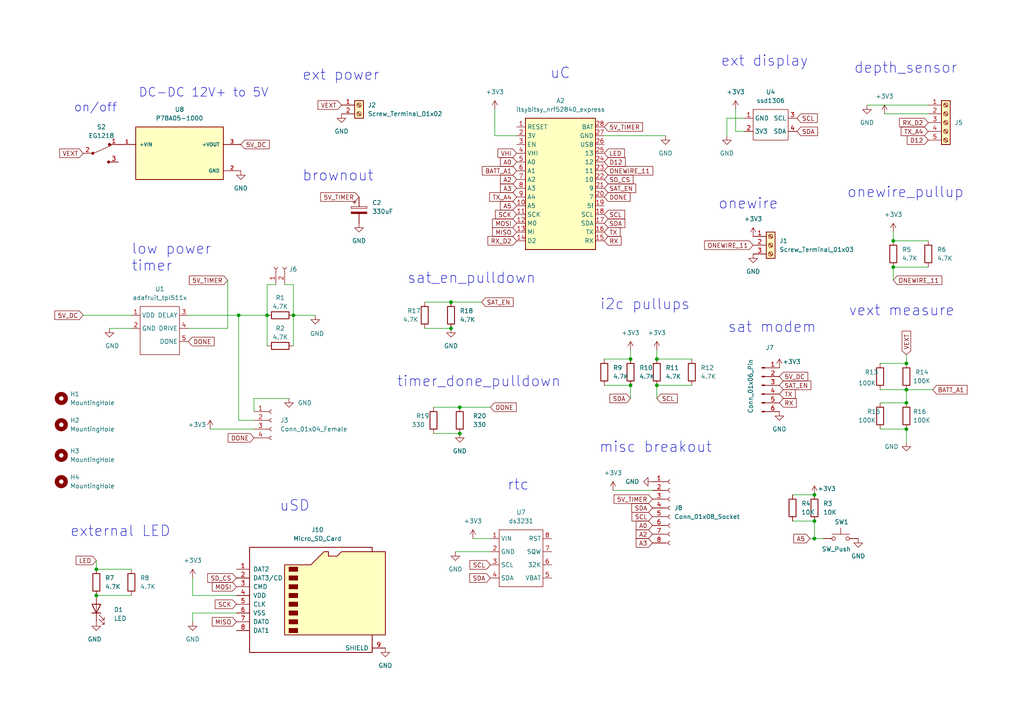
<source format=kicad_sch>
(kicad_sch (version 20231120) (generator "eeschema") (generator_version "8.0")
  (paper "A4")
  (lib_symbols
    (symbol "Connector:Conn_01x02_Socket" (pin_names (offset 1.016) hide)
      (property "Reference" "J" (at 0 2.54 0))
      (property "Value" "Conn_01x02_Socket" (at 0 -5.08 0))
      (symbol "Conn_01x02_Socket_1_1"
        (pin passive line (at -5.08 0 0) (length 3.81) (name "Pin_1") (number "1"))
        (pin passive line (at -5.08 -2.54 0) (length 3.81) (name "Pin_2") (number "2"))
      )
    )
    (symbol "Connector:Conn_01x04_Female" (pin_names (offset 1.016) hide)
      (property "Reference" "J" (at 0 5.08 0))
      (property "Value" "Conn_01x04_Female" (at 0 -7.62 0))
      (symbol "Conn_01x04_Female_1_1"
        (pin passive line (at -5.08 2.54 0) (length 3.81) (name "Pin_1") (number "1"))
        (pin passive line (at -5.08 0 0) (length 3.81) (name "Pin_2") (number "2"))
        (pin passive line (at -5.08 -2.54 0) (length 3.81) (name "Pin_3") (number "3"))
        (pin passive line (at -5.08 -5.08 0) (length 3.81) (name "Pin_4") (number "4"))
      )
    )
    (symbol "Connector:Conn_01x06_Pin" (pin_names (offset 1.016) hide)
      (property "Reference" "J" (at 0 7.62 0))
      (property "Value" "Conn_01x06_Pin" (at 0 -10.16 0))
      (symbol "Conn_01x06_Pin_1_1"
        (pin passive line (at 5.08 5.08 180) (length 3.81) (name "Pin_1") (number "1"))
        (pin passive line (at 5.08 2.54 180) (length 3.81) (name "Pin_2") (number "2"))
        (pin passive line (at 5.08 0 180) (length 3.81) (name "Pin_3") (number "3"))
        (pin passive line (at 5.08 -2.54 180) (length 3.81) (name "Pin_4") (number "4"))
        (pin passive line (at 5.08 -5.08 180) (length 3.81) (name "Pin_5") (number "5"))
        (pin passive line (at 5.08 -7.62 180) (length 3.81) (name "Pin_6") (number "6"))
      )
    )
    (symbol "Connector:Conn_01x08_Socket" (pin_names (offset 1.016) hide)
      (property "Reference" "J" (at 0 10.16 0))
      (property "Value" "Conn_01x08_Socket" (at 0 -12.7 0))
      (symbol "Conn_01x08_Socket_1_1"
        (pin passive line (at -5.08 7.62 0) (length 3.81) (name "Pin_1") (number "1"))
        (pin passive line (at -5.08 5.08 0) (length 3.81) (name "Pin_2") (number "2"))
        (pin passive line (at -5.08 2.54 0) (length 3.81) (name "Pin_3") (number "3"))
        (pin passive line (at -5.08 0 0) (length 3.81) (name "Pin_4") (number "4"))
        (pin passive line (at -5.08 -2.54 0) (length 3.81) (name "Pin_5") (number "5"))
        (pin passive line (at -5.08 -5.08 0) (length 3.81) (name "Pin_6") (number "6"))
        (pin passive line (at -5.08 -7.62 0) (length 3.81) (name "Pin_7") (number "7"))
        (pin passive line (at -5.08 -10.16 0) (length 3.81) (name "Pin_8") (number "8"))
      )
    )
    (symbol "Connector:Micro_SD_Card" (pin_names (offset 1.016))
      (property "Reference" "J" (at -16.51 15.24 0))
      (property "Value" "Micro_SD_Card" (at 16.51 15.24 0))
      (symbol "Micro_SD_Card_1_1"
        (pin bidirectional line (at -22.86 7.62 0) (length 3.81) (name "DAT2") (number "1"))
        (pin bidirectional line (at -22.86 5.08 0) (length 3.81) (name "DAT3/CD") (number "2"))
        (pin input line (at -22.86 2.54 0) (length 3.81) (name "CMD") (number "3"))
        (pin power_in line (at -22.86 0 0) (length 3.81) (name "VDD") (number "4"))
        (pin input line (at -22.86 -2.54 0) (length 3.81) (name "CLK") (number "5"))
        (pin power_in line (at -22.86 -5.08 0) (length 3.81) (name "VSS") (number "6"))
        (pin bidirectional line (at -22.86 -7.62 0) (length 3.81) (name "DAT0") (number "7"))
        (pin bidirectional line (at -22.86 -10.16 0) (length 3.81) (name "DAT1") (number "8"))
        (pin passive line (at 20.32 -15.24 180) (length 3.81) (name "SHIELD") (number "9"))
      )
    )
    (symbol "Connector:Screw_Terminal_01x02" (pin_names (offset 1.016) hide)
      (property "Reference" "J" (at 0 2.54 0))
      (property "Value" "Screw_Terminal_01x02" (at 0 -5.08 0))
      (symbol "Screw_Terminal_01x02_1_1"
        (pin passive line (at -5.08 0 0) (length 3.81) (name "Pin_1") (number "1"))
        (pin passive line (at -5.08 -2.54 0) (length 3.81) (name "Pin_2") (number "2"))
      )
    )
    (symbol "Connector:Screw_Terminal_01x03" (pin_names (offset 1.016) hide)
      (property "Reference" "J" (at 0 5.08 0))
      (property "Value" "Screw_Terminal_01x03" (at 0 -5.08 0))
      (symbol "Screw_Terminal_01x03_1_1"
        (pin passive line (at -5.08 2.54 0) (length 3.81) (name "Pin_1") (number "1"))
        (pin passive line (at -5.08 0 0) (length 3.81) (name "Pin_2") (number "2"))
        (pin passive line (at -5.08 -2.54 0) (length 3.81) (name "Pin_3") (number "3"))
      )
    )
    (symbol "Connector:Screw_Terminal_01x05" (pin_names (offset 1.016) hide)
      (property "Reference" "J" (at 0 7.62 0))
      (property "Value" "Screw_Terminal_01x05" (at 0 -7.62 0))
      (symbol "Screw_Terminal_01x05_1_1"
        (pin passive line (at -5.08 5.08 0) (length 3.81) (name "Pin_1") (number "1"))
        (pin passive line (at -5.08 2.54 0) (length 3.81) (name "Pin_2") (number "2"))
        (pin passive line (at -5.08 0 0) (length 3.81) (name "Pin_3") (number "3"))
        (pin passive line (at -5.08 -2.54 0) (length 3.81) (name "Pin_4") (number "4"))
        (pin passive line (at -5.08 -5.08 0) (length 3.81) (name "Pin_5") (number "5"))
      )
    )
    (symbol "Device:C" (pin_numbers hide) (pin_names (offset 0.254))
      (property "Reference" "C" (at 0.635 2.54 0))
      (property "Value" "C" (at 0.635 -2.54 0))
      (symbol "C_1_1"
        (pin passive line (at 0 3.81 270) (length 2.794) (name "~") (number "1"))
        (pin passive line (at 0 -3.81 90) (length 2.794) (name "~") (number "2"))
      )
    )
    (symbol "Device:C_Polarized" (pin_numbers hide) (pin_names (offset 0.254))
      (property "Reference" "C" (at 0.635 2.54 0))
      (property "Value" "C_Polarized" (at 0.635 -2.54 0))
      (symbol "C_Polarized_1_1"
        (pin passive line (at 0 3.81 270) (length 2.794) (name "~") (number "1"))
        (pin passive line (at 0 -3.81 90) (length 2.794) (name "~") (number "2"))
      )
    )
    (symbol "Device:LED" (pin_numbers hide) (pin_names (offset 1.016) hide)
      (property "Reference" "D" (at 0 2.54 0))
      (property "Value" "LED" (at 0 -2.54 0))
      (symbol "LED_1_1"
        (pin passive line (at -3.81 0 0) (length 2.54) (name "K") (number "1"))
        (pin passive line (at 3.81 0 180) (length 2.54) (name "A") (number "2"))
      )
    )
    (symbol "Device:R" (pin_numbers hide) (pin_names (offset 0))
      (property "Reference" "R" (at 2.032 0 90))
      (property "Value" "R" (at 0 0 90))
      (symbol "R_1_1"
        (pin passive line (at 0 3.81 270) (length 1.27) (name "~") (number "1"))
        (pin passive line (at 0 -3.81 90) (length 1.27) (name "~") (number "2"))
      )
    )
    (symbol "GND_11" (power) (pin_names (offset 0))
      (property "Value" "GND_11" (at 0 -3.81 0))
      (symbol "GND_11_1_1"
        (pin power_in line (at 0 0 270) (length 0) hide (name "GND") (number "1"))
      )
    )
    (symbol "GND_2" (power) (pin_names (offset 0))
      (property "Value" "GND_2" (at 0 -3.81 0))
      (symbol "GND_2_1_1"
        (pin power_in line (at 0 0 270) (length 0) hide (name "GND") (number "1"))
      )
    )
    (symbol "GND_6" (power) (pin_names (offset 0))
      (property "Value" "GND_6" (at 0 -3.81 0))
      (symbol "GND_6_1_1"
        (pin power_in line (at 0 0 270) (length 0) hide (name "GND") (number "1"))
      )
    )
    (symbol "Mechanical:MountingHole" (pin_names (offset 1.016))
      (property "Reference" "H" (at 0 5.08 0))
      (property "Value" "MountingHole" (at 0 3.175 0))
    )
    (symbol "P78A05-1000:P78A05-1000" (pin_names (offset 1.016))
      (property "Reference" "U" (at -10.1854 7.62 0))
      (property "Value" "P78A05-1000" (at -10.1854 -7.6454 0))
      (symbol "P78A05-1000_0_0"
        (pin input line (at -17.78 2.54 0) (length 5.08) (name "+VIN") (number "1"))
        (pin power_in line (at 17.78 -5.08 180) (length 5.08) (name "GND") (number "2"))
        (pin output line (at 17.78 2.54 180) (length 5.08) (name "+VOUT") (number "3"))
      )
    )
    (symbol "Regulator_Linear:MCP1700x-120xxTO" (pin_names (offset 0.254))
      (property "Reference" "U" (at -3.81 -3.175 0))
      (property "Value" "MCP1700x-120xxTO" (at 0 -3.175 0))
      (symbol "MCP1700x-120xxTO_1_1"
        (pin power_in line (at 0 7.62 270) (length 2.54) (name "GND") (number "1"))
        (pin power_in line (at -7.62 0 0) (length 2.54) (name "VI") (number "2"))
        (pin power_out line (at 7.62 0 180) (length 2.54) (name "VO") (number "3"))
      )
    )
    (symbol "Switch:SW_Push" (pin_numbers hide) (pin_names (offset 1.016) hide)
      (property "Reference" "SW" (at 1.27 2.54 0))
      (property "Value" "SW_Push" (at 0 -1.524 0))
      (symbol "SW_Push_0_1"
        (pin passive line (at -5.08 0 0) (length 2.54) (name "1") (number "1"))
        (pin passive line (at 5.08 0 180) (length 2.54) (name "2") (number "2"))
      )
    )
    (symbol "adafruit_ds3231:ds3231"
      (property "Reference" "U" (at 0 0 0))
      (property "Value" "ds3231" (at 0 2.54 0))
      (symbol "ds3231_1_1"
        (pin input line (at -8.89 -3.81 0) (length 2.54) (name "VIN") (number "1"))
        (pin input line (at -8.89 -7.62 0) (length 2.54) (name "GND") (number "2"))
        (pin input line (at -8.89 -11.43 0) (length 2.54) (name "SCL") (number "3"))
        (pin input line (at -8.89 -15.24 0) (length 2.54) (name "SDA") (number "4"))
        (pin input line (at 8.89 -15.24 180) (length 2.54) (name "VBAT") (number "5"))
        (pin input line (at 8.89 -11.43 180) (length 2.54) (name "32K") (number "6"))
        (pin input line (at 8.89 -7.62 180) (length 2.54) (name "SQW") (number "7"))
        (pin input line (at 8.89 -3.81 180) (length 2.54) (name "RST") (number "8"))
      )
    )
    (symbol "dk_Slide-Switches:EG1218" (pin_names (offset 0))
      (property "Reference" "S" (at -3.81 2.286 0))
      (property "Value" "EG1218" (at 0 -5.334 0))
      (symbol "EG1218_1_1"
        (pin passive line (at 5.08 2.54 180) (length 2.54) (name "~") (number "1"))
        (pin passive line (at -5.08 0 0) (length 2.54) (name "~") (number "2"))
        (pin passive line (at 5.08 -2.54 180) (length 2.54) (name "~") (number "3"))
      )
    )
    (symbol "lucc:itsybitsy_nrf52840_express"
      (property "Reference" "A" (at -10.16 28.575 0))
      (property "Value" "itsybitsy_nrf52840_express" (at -5.842 29.718 0))
      (symbol "itsybitsy_nrf52840_express_1_1"
        (pin bidirectional line (at -12.7 20.32 0) (length 2.54) (name "RESET") (number "1"))
        (pin bidirectional line (at -12.7 -2.54 0) (length 2.54) (name "A5") (number "10"))
        (pin bidirectional line (at -12.7 -5.08 0) (length 2.54) (name "SCK") (number "11"))
        (pin bidirectional line (at -12.7 -7.62 0) (length 2.54) (name "M0") (number "12"))
        (pin bidirectional line (at -12.7 -10.16 0) (length 2.54) (name "MI") (number "13"))
        (pin bidirectional line (at -12.7 -12.7 0) (length 2.54) (name "D2") (number "14"))
        (pin bidirectional line (at 12.7 -12.7 180) (length 2.54) (name "RX") (number "15"))
        (pin bidirectional line (at 12.7 -10.16 180) (length 2.54) (name "TX") (number "16"))
        (pin bidirectional line (at 12.7 -7.62 180) (length 2.54) (name "SDA") (number "17"))
        (pin bidirectional line (at 12.7 -5.08 180) (length 2.54) (name "SCL") (number "18"))
        (pin bidirectional line (at 12.7 -2.54 180) (length 2.54) (name "5!") (number "19"))
        (pin bidirectional line (at -12.7 17.78 0) (length 2.54) (name "3V") (number "2"))
        (pin bidirectional line (at 12.7 0 180) (length 2.54) (name "7") (number "20"))
        (pin bidirectional line (at 12.7 2.54 180) (length 2.54) (name "9") (number "21"))
        (pin bidirectional line (at 12.7 5.08 180) (length 2.54) (name "10") (number "22"))
        (pin bidirectional line (at 12.7 7.62 180) (length 2.54) (name "11") (number "23"))
        (pin bidirectional line (at 12.7 10.16 180) (length 2.54) (name "12") (number "24"))
        (pin input line (at 12.7 12.7 180) (length 2.54) (name "13") (number "25"))
        (pin input line (at 12.7 15.24 180) (length 2.54) (name "USB") (number "26"))
        (pin input line (at 12.7 17.78 180) (length 2.54) (name "GND") (number "27"))
        (pin input line (at 12.7 20.32 180) (length 2.54) (name "BAT") (number "28"))
        (pin bidirectional line (at -12.7 15.24 0) (length 2.54) (name "EN") (number "3"))
        (pin bidirectional line (at -12.7 12.7 0) (length 2.54) (name "VHI") (number "4"))
        (pin bidirectional line (at -12.7 10.16 0) (length 2.54) (name "A0") (number "5"))
        (pin bidirectional line (at -12.7 7.62 0) (length 2.54) (name "A1") (number "6"))
        (pin bidirectional line (at -12.7 5.08 0) (length 2.54) (name "A2") (number "7"))
        (pin bidirectional line (at -12.7 2.54 0) (length 2.54) (name "A3") (number "8"))
        (pin bidirectional line (at -12.7 0 0) (length 2.54) (name "A4") (number "9"))
      )
    )
    (symbol "picoco2:ssd1306"
      (property "Reference" "U" (at 0 0 0))
      (property "Value" "ssd1306" (at 0 0 0))
      (symbol "ssd1306_1_1"
        (pin input line (at -8.89 -3.81 0) (length 2.54) (name "GND") (number "1"))
        (pin input line (at -8.89 -7.62 0) (length 2.54) (name "3V3") (number "2"))
        (pin input line (at 6.35 -3.81 180) (length 2.54) (name "SCL") (number "3"))
        (pin input line (at 6.35 -7.62 180) (length 2.54) (name "SDA") (number "4"))
      )
    )
    (symbol "power:+3V3" (power) (pin_names (offset 0))
      (property "Value" "+3V3" (at 0 3.556 0))
      (symbol "+3V3_1_1"
        (pin power_in line (at 0 0 90) (length 0) hide (name "+3V3") (number "1"))
      )
    )
    (symbol "power:GND" (power) (pin_names (offset 0))
      (property "Value" "GND" (at 0 -3.81 0))
      (symbol "GND_1_1"
        (pin power_in line (at 0 0 270) (length 0) hide (name "GND") (number "1"))
      )
    )
    (symbol "sweet-p:adafruit_tpl511x"
      (property "Reference" "U" (at 0 10.16 0))
      (property "Value" "adafruit_tpl511x" (at 0 3.81 0))
      (symbol "adafruit_tpl511x_1_1"
        (pin input line (at -7.62 -1.27 0) (length 2.54) (name "VDD") (number "1"))
        (pin input line (at -7.62 -5.08 0) (length 2.54) (name "GND") (number "2"))
        (pin input line (at 8.89 -1.27 180) (length 2.54) (name "DELAY") (number "3"))
        (pin input line (at 8.89 -5.08 180) (length 2.54) (name "DRIVE") (number "4"))
        (pin input line (at 8.89 -8.89 180) (length 2.54) (name "DONE") (number "5"))
      )
    )
  )
  (junction (at 130.81 87.63))
  (junction (at 182.88 104.14))
  (junction (at 54.61 -11.43))
  (junction (at 133.35 118.11))
  (junction (at 68.58 -3.81))
  (junction (at 130.81 95.25))
  (junction (at 262.89 105.41))
  (junction (at 85.09 91.44))
  (junction (at 190.5 104.14))
  (junction (at 190.5 111.76))
  (junction (at 259.08 69.85))
  (junction (at 262.89 116.84))
  (junction (at 82.55 -11.43))
  (junction (at 262.89 124.46))
  (junction (at 77.47 91.44))
  (junction (at 236.22 156.21))
  (junction (at 182.88 111.76))
  (junction (at 27.94 165.1))
  (junction (at 82.55 -3.81))
  (junction (at 69.215 91.44))
  (junction (at 133.35 125.73))
  (junction (at 27.94 172.72))
  (junction (at 262.89 113.03))
  (junction (at 259.08 77.47))
  (junction (at 236.22 143.51))
  (junction (at 236.22 151.13))
  (wire (pts (xy 251.46 30.48) (xy 269.24 30.48)))
  (wire (pts (xy 133.35 118.11) (xy 142.24 118.11)))
  (wire (pts (xy 182.88 111.76) (xy 182.88 115.57)))
  (wire (pts (xy 175.26 39.37) (xy 193.04 39.37)))
  (wire (pts (xy 262.89 102.87) (xy 262.89 105.41)))
  (wire (pts (xy 125.73 118.11) (xy 133.35 118.11)))
  (wire (pts (xy 259.08 77.47) (xy 259.08 81.28)))
  (wire (pts (xy 259.08 77.47) (xy 269.24 77.47)))
  (wire (pts (xy 190.5 111.76) (xy 190.5 115.57)))
  (wire (pts (xy 68.58 172.72) (xy 55.88 172.72)))
  (wire (pts (xy 125.73 125.73) (xy 133.35 125.73)))
  (wire (pts (xy 69.215 91.44) (xy 69.215 121.92)))
  (wire (pts (xy 54.61 -11.43) (xy 60.96 -11.43)))
  (wire (pts (xy 262.89 113.03) (xy 262.89 116.84)))
  (wire (pts (xy 77.47 82.55) (xy 80.01 82.55)))
  (wire (pts (xy 85.09 91.44) (xy 85.09 100.33)))
  (wire (pts (xy 27.94 165.1) (xy 38.1 165.1)))
  (wire (pts (xy 262.89 124.46) (xy 262.89 128.27)))
  (wire (pts (xy 123.19 95.25) (xy 130.81 95.25)))
  (wire (pts (xy 213.36 31.75) (xy 213.36 38.1)))
  (wire (pts (xy 190.5 111.76) (xy 200.66 111.76)))
  (wire (pts (xy 234.95 156.21) (xy 236.22 156.21)))
  (wire (pts (xy 69.215 91.44) (xy 77.47 91.44)))
  (wire (pts (xy 77.47 91.44) (xy 77.47 82.55)))
  (wire (pts (xy 27.94 162.56) (xy 27.94 165.1)))
  (wire (pts (xy 255.27 124.46) (xy 262.89 124.46)))
  (wire (pts (xy 73.66 115.57) (xy 83.82 115.57)))
  (wire (pts (xy 130.81 87.63) (xy 139.7 87.63)))
  (wire (pts (xy 123.19 87.63) (xy 130.81 87.63)))
  (wire (pts (xy 27.94 172.72) (xy 38.1 172.72)))
  (wire (pts (xy 85.09 91.44) (xy 91.44 91.44)))
  (wire (pts (xy 149.86 39.37) (xy 143.51 39.37)))
  (wire (pts (xy 85.09 82.55) (xy 82.55 82.55)))
  (wire (pts (xy 259.08 69.85) (xy 269.24 69.85)))
  (wire (pts (xy 132.08 160.02) (xy 142.24 160.02)))
  (wire (pts (xy 24.13 91.44) (xy 38.1 91.44)))
  (wire (pts (xy 236.22 156.21) (xy 236.22 151.13)))
  (wire (pts (xy 259.08 67.31) (xy 259.08 69.85)))
  (wire (pts (xy 190.5 101.6) (xy 190.5 104.14)))
  (wire (pts (xy 229.87 151.13) (xy 236.22 151.13)))
  (wire (pts (xy 210.82 34.29) (xy 210.82 39.37)))
  (wire (pts (xy 73.66 119.38) (xy 73.66 115.57)))
  (wire (pts (xy 255.27 113.03) (xy 262.89 113.03)))
  (wire (pts (xy 262.89 113.03) (xy 270.51 113.03)))
  (wire (pts (xy 85.09 91.44) (xy 85.09 82.55)))
  (wire (pts (xy 215.9 34.29) (xy 210.82 34.29)))
  (wire (pts (xy 54.61 -3.81) (xy 68.58 -3.81)))
  (wire (pts (xy 182.88 101.6) (xy 182.88 104.14)))
  (wire (pts (xy 215.9 38.1) (xy 213.36 38.1)))
  (wire (pts (xy 82.55 -5.08) (xy 82.55 -3.81)))
  (wire (pts (xy 77.47 91.44) (xy 77.47 100.33)))
  (wire (pts (xy 55.88 177.8) (xy 55.88 180.34)))
  (wire (pts (xy 190.5 104.14) (xy 200.66 104.14)))
  (wire (pts (xy 137.16 156.21) (xy 142.24 156.21)))
  (wire (pts (xy 256.54 33.02) (xy 269.24 33.02)))
  (wire (pts (xy 177.8 142.24) (xy 189.23 142.24)))
  (wire (pts (xy 31.75 95.25) (xy 38.1 95.25)))
  (wire (pts (xy 54.61 91.44) (xy 69.215 91.44)))
  (wire (pts (xy 60.96 124.46) (xy 73.66 124.46)))
  (wire (pts (xy 66.04 81.28) (xy 66.04 95.25)))
  (wire (pts (xy 48.26 -11.43) (xy 54.61 -11.43)))
  (wire (pts (xy 54.61 95.25) (xy 66.04 95.25)))
  (wire (pts (xy 69.215 121.92) (xy 73.66 121.92)))
  (wire (pts (xy 68.58 177.8) (xy 55.88 177.8)))
  (wire (pts (xy 76.2 -11.43) (xy 82.55 -11.43)))
  (wire (pts (xy 175.26 104.14) (xy 182.88 104.14)))
  (wire (pts (xy 238.76 156.21) (xy 236.22 156.21)))
  (wire (pts (xy 68.58 -3.81) (xy 82.55 -3.81)))
  (wire (pts (xy 143.51 39.37) (xy 143.51 31.75)))
  (wire (pts (xy 55.88 172.72) (xy 55.88 167.64)))
  (wire (pts (xy 255.27 116.84) (xy 262.89 116.84)))
  (wire (pts (xy 229.87 143.51) (xy 236.22 143.51)))
  (wire (pts (xy 255.27 105.41) (xy 262.89 105.41)))
  (wire (pts (xy 175.26 111.76) (xy 182.88 111.76)))
  (text "uSD" (at 81.026 148.59 0) (effects (font (size 3.048 3.048)) (justify left bottom)))
  (text "sat modem" (at 211.074 96.774 0) (effects (font (size 3.048 3.048)) (justify left bottom)))
  (text "brownout" (at 87.63 52.832 0) (effects (font (size 3.048 3.048)) (justify left bottom)))
  (text "DC-DC 12V+ to 5V" (at 77.978 28.448 0) (effects (font (size 2.54 2.54)) (justify right bottom)))
  (text "sat_en_pulldown" (at 118.11 82.55 0) (effects (font (size 3.048 3.048)) (justify left bottom)))
  (text "vext measure" (at 246.126 91.948 0) (effects (font (size 3.048 3.048)) (justify left bottom)))
  (text "misc breakout" (at 173.736 131.572 0) (effects (font (size 3.048 3.048)) (justify left bottom)))
  (text "onewire" (at 208.28 60.96 0) (effects (font (size 3.048 3.048)) (justify left bottom)))
  (text "timer_done_pulldown" (at 115.062 112.522 0) (effects (font (size 3.048 3.048)) (justify left bottom)))
  (text "uC" (at 159.512 23.114 0) (effects (font (size 3.048 3.048)) (justify left bottom)))
  (text "on/off" (at 34.036 32.766 0) (effects (font (size 2.54 2.54)) (justify right bottom)))
  (text "i2c pullups" (at 173.99 90.17 0) (effects (font (size 3.048 3.048)) (justify left bottom)))
  (text "onewire_pullup" (at 245.618 57.658 0) (effects (font (size 3.048 3.048)) (justify left bottom)))
  (text "external LED" (at 20.32 155.956 0) (effects (font (size 3.048 3.048)) (justify left bottom)))
  (text "depth_sensor" (at 247.65 21.59 0) (effects (font (size 3.048 3.048)) (justify left bottom)))
  (text "low power\ntimer" (at 38.1 78.994 0) (effects (font (size 3.048 3.048)) (justify left bottom)))
  (text "ext power" (at 87.63 23.622 0) (effects (font (size 3.048 3.048)) (justify left bottom)))
  (text "ext display" (at 209.042 19.558 0) (effects (font (size 3.048 3.048)) (justify left bottom)))
  (text "rtc" (at 147.066 142.494 0) (effects (font (size 3.048 3.048)) (justify left bottom)))
  (global_label "SCL" (shape input) (at 142.24 163.83 180) (property "Intersheetrefs" "${INTERSHEET_REFS}" (effects (hide yes))))
  (global_label "A0" (shape input) (at 189.23 152.4 180) (property "Intersheetrefs" "${INTERSHEET_REFS}" (effects (hide yes))))
  (global_label "SAT_EN" (shape input) (at 139.7 87.63 0) (property "Intersheetrefs" "${INTERSHEET_REFS}" (effects (hide yes))))
  (global_label "SD_CS" (shape input) (at 175.26 52.07 0) (property "Intersheetrefs" "${INTERSHEET_REFS}" (effects (hide yes))))
  (global_label "BATT_A1" (shape input) (at 270.51 113.03 0) (property "Intersheetrefs" "${INTERSHEET_REFS}" (effects (hide yes))))
  (global_label "SCL" (shape input) (at 190.5 115.57 0) (property "Intersheetrefs" "${INTERSHEET_REFS}" (effects (hide yes))))
  (global_label "SCL" (shape input) (at 231.14 34.29 0) (property "Intersheetrefs" "${INTERSHEET_REFS}" (effects (hide yes))))
  (global_label "TX_A4" (shape input) (at 149.86 57.15 180) (property "Intersheetrefs" "${INTERSHEET_REFS}" (effects (hide yes))))
  (global_label "RX" (shape input) (at 226.06 116.84 0) (property "Intersheetrefs" "${INTERSHEET_REFS}" (effects (hide yes))))
  (global_label "VHI" (shape input) (at 149.86 44.45 180) (property "Intersheetrefs" "${INTERSHEET_REFS}" (effects (hide yes))))
  (global_label "VEXT" (shape input) (at 262.89 102.87 90) (property "Intersheetrefs" "${INTERSHEET_REFS}" (effects (hide yes))))
  (global_label "D12" (shape input) (at 269.24 40.64 180) (property "Intersheetrefs" "${INTERSHEET_REFS}" (effects (hide yes))))
  (global_label "SDA" (shape input) (at 182.88 115.57 180) (property "Intersheetrefs" "${INTERSHEET_REFS}" (effects (hide yes))))
  (global_label "VEXT" (shape input) (at 99.06 30.48 180) (property "Intersheetrefs" "${INTERSHEET_REFS}" (effects (hide yes))))
  (global_label "MISO" (shape input) (at 68.58 180.34 180) (property "Intersheetrefs" "${INTERSHEET_REFS}" (effects (hide yes))))
  (global_label "A5" (shape input) (at 149.86 59.69 180) (property "Intersheetrefs" "${INTERSHEET_REFS}" (effects (hide yes))))
  (global_label "SCK" (shape input) (at 149.86 62.23 180) (property "Intersheetrefs" "${INTERSHEET_REFS}" (effects (hide yes))))
  (global_label "A5" (shape input) (at 234.95 156.21 180) (property "Intersheetrefs" "${INTERSHEET_REFS}" (effects (hide yes))))
  (global_label "5V_TIMER" (shape input) (at 66.04 81.28 180) (property "Intersheetrefs" "${INTERSHEET_REFS}" (effects (hide yes))))
  (global_label "RX_D2" (shape input) (at 269.24 35.56 180) (property "Intersheetrefs" "${INTERSHEET_REFS}" (effects (hide yes))))
  (global_label "TX" (shape input) (at 226.06 114.3 0) (property "Intersheetrefs" "${INTERSHEET_REFS}" (effects (hide yes))))
  (global_label "A2" (shape input) (at 149.86 52.07 180) (property "Intersheetrefs" "${INTERSHEET_REFS}" (effects (hide yes))))
  (global_label "LED" (shape input) (at 175.26 44.45 0) (property "Intersheetrefs" "${INTERSHEET_REFS}" (effects (hide yes))))
  (global_label "MISO" (shape input) (at 149.86 67.31 180) (property "Intersheetrefs" "${INTERSHEET_REFS}" (effects (hide yes))))
  (global_label "DONE" (shape input) (at 175.26 57.15 0) (property "Intersheetrefs" "${INTERSHEET_REFS}" (effects (hide yes))))
  (global_label "D12" (shape input) (at 175.26 46.99 0) (property "Intersheetrefs" "${INTERSHEET_REFS}" (effects (hide yes))))
  (global_label "A2" (shape input) (at 189.23 154.94 180) (property "Intersheetrefs" "${INTERSHEET_REFS}" (effects (hide yes))))
  (global_label "A3" (shape input) (at 149.86 54.61 180) (property "Intersheetrefs" "${INTERSHEET_REFS}" (effects (hide yes))))
  (global_label "SDA" (shape input) (at 189.23 147.32 180) (property "Intersheetrefs" "${INTERSHEET_REFS}" (effects (hide yes))))
  (global_label "MOSI" (shape input) (at 68.58 170.18 180) (property "Intersheetrefs" "${INTERSHEET_REFS}" (effects (hide yes))))
  (global_label "ONEWIRE_11" (shape input) (at 259.08 81.28 0) (property "Intersheetrefs" "${INTERSHEET_REFS}" (effects (hide yes))))
  (global_label "LED" (shape input) (at 27.94 162.56 180) (property "Intersheetrefs" "${INTERSHEET_REFS}" (effects (hide yes))))
  (global_label "5V_TIMER" (shape input) (at 189.23 144.78 180) (property "Intersheetrefs" "${INTERSHEET_REFS}" (effects (hide yes))))
  (global_label "DONE" (shape input) (at 54.61 99.06 0) (property "Intersheetrefs" "${INTERSHEET_REFS}" (effects (hide yes))))
  (global_label "5V_DC" (shape input) (at 226.06 109.22 0) (property "Intersheetrefs" "${INTERSHEET_REFS}" (effects (hide yes))))
  (global_label "VEXT" (shape input) (at 24.13 44.45 180) (property "Intersheetrefs" "${INTERSHEET_REFS}" (effects (hide yes))))
  (global_label "SCL" (shape input) (at 189.23 149.86 180) (property "Intersheetrefs" "${INTERSHEET_REFS}" (effects (hide yes))))
  (global_label "ONEWIRE_11" (shape input) (at 175.26 49.53 0) (property "Intersheetrefs" "${INTERSHEET_REFS}" (effects (hide yes))))
  (global_label "5V_TIMER" (shape input) (at 104.14 57.15 180) (property "Intersheetrefs" "${INTERSHEET_REFS}" (effects (hide yes))))
  (global_label "TX_A4" (shape input) (at 269.24 38.1 180) (property "Intersheetrefs" "${INTERSHEET_REFS}" (effects (hide yes))))
  (global_label "SAT_EN" (shape input) (at 226.06 111.76 0) (property "Intersheetrefs" "${INTERSHEET_REFS}" (effects (hide yes))))
  (global_label "5V_TIMER" (shape input) (at 48.26 -11.43 180) (property "Intersheetrefs" "${INTERSHEET_REFS}" (effects (hide yes))))
  (global_label "BATT_A1" (shape input) (at 149.86 49.53 180) (property "Intersheetrefs" "${INTERSHEET_REFS}" (effects (hide yes))))
  (global_label "A0" (shape input) (at 149.86 46.99 180) (property "Intersheetrefs" "${INTERSHEET_REFS}" (effects (hide yes))))
  (global_label "RX" (shape input) (at 175.26 69.85 0) (property "Intersheetrefs" "${INTERSHEET_REFS}" (effects (hide yes))))
  (global_label "5V_TIMER" (shape input) (at 175.26 36.83 0) (property "Intersheetrefs" "${INTERSHEET_REFS}" (effects (hide yes))))
  (global_label "TX" (shape input) (at 175.26 67.31 0) (property "Intersheetrefs" "${INTERSHEET_REFS}" (effects (hide yes))))
  (global_label "A3" (shape input) (at 189.23 157.48 180) (property "Intersheetrefs" "${INTERSHEET_REFS}" (effects (hide yes))))
  (global_label "SAT_EN" (shape input) (at 175.26 54.61 0) (property "Intersheetrefs" "${INTERSHEET_REFS}" (effects (hide yes))))
  (global_label "MOSI" (shape input) (at 149.86 64.77 180) (property "Intersheetrefs" "${INTERSHEET_REFS}" (effects (hide yes))))
  (global_label "DONE" (shape input) (at 73.66 127 180) (property "Intersheetrefs" "${INTERSHEET_REFS}" (effects (hide yes))))
  (global_label "SDA" (shape input) (at 231.14 38.1 0) (property "Intersheetrefs" "${INTERSHEET_REFS}" (effects (hide yes))))
  (global_label "5V_DC" (shape input) (at 24.13 91.44 180) (property "Intersheetrefs" "${INTERSHEET_REFS}" (effects (hide yes))))
  (global_label "SCK" (shape input) (at 68.58 175.26 180) (property "Intersheetrefs" "${INTERSHEET_REFS}" (effects (hide yes))))
  (global_label "DONE" (shape input) (at 142.24 118.11 0) (property "Intersheetrefs" "${INTERSHEET_REFS}" (effects (hide yes))))
  (global_label "ONEWIRE_11" (shape input) (at 218.44 71.12 180) (property "Intersheetrefs" "${INTERSHEET_REFS}" (effects (hide yes))))
  (global_label "SCL" (shape input) (at 175.26 62.23 0) (property "Intersheetrefs" "${INTERSHEET_REFS}" (effects (hide yes))))
  (global_label "SDA" (shape input) (at 175.26 64.77 0) (property "Intersheetrefs" "${INTERSHEET_REFS}" (effects (hide yes))))
  (global_label "5V_DC" (shape input) (at 69.85 41.91 0) (property "Intersheetrefs" "${INTERSHEET_REFS}" (effects (hide yes))))
  (global_label "SDA" (shape input) (at 142.24 167.64 180) (property "Intersheetrefs" "${INTERSHEET_REFS}" (effects (hide yes))))
  (global_label "RX_D2" (shape input) (at 149.86 69.85 180) (property "Intersheetrefs" "${INTERSHEET_REFS}" (effects (hide yes))))
  (global_label "SD_CS" (shape input) (at 68.58 167.64 180) (property "Intersheetrefs" "${INTERSHEET_REFS}" (effects (hide yes))))
  (symbol (lib_id "power:GND") (at 262.89 128.27 0) (unit 1)
    (property "Reference" "#PWR022" (effects (hide yes)))
    (property "Value" "GND" (at 256.54 129.54 0) (effects (justify left)))
  )
  (symbol (lib_id "P78A05-1000:P78A05-1000") (at 52.07 44.45 0) (unit 1)
    (property "Reference" "U8" (at 52.07 31.75 0))
    (property "Value" "P78A05-1000" (at 52.07 34.29 0))
    (property "Footprint" "footprints:CONV_P78A05-1000" (effects (hide yes)))
    (property "PARTREV" "1.0" (effects (hide yes)))
    (property "MANUFACTURER" "CUI INC" (effects (hide yes)))
    (property "STANDARD" "MANUFACTURER RECOMMENDATIONS" (effects (hide yes)))
  )
  (symbol (lib_id "power:+3V3") (at 177.8 142.24 0) (unit 1)
    (property "Reference" "#PWR010" (effects (hide yes)))
    (property "Value" "+3V3" (at 177.8 137.16 0))
  )
  (symbol (lib_id "Mechanical:MountingHole") (at 17.78 123.19 0) (unit 1)
    (property "Reference" "H2" (at 20.32 121.9199 0) (effects (justify left)))
    (property "Value" "MountingHole" (at 20.32 124.4599 0) (effects (justify left)))
    (property "Footprint" "MountingHole:MountingHole_3.2mm_M3" (effects (hide yes)))
  )
  (symbol (lib_id "power:+3V3") (at 256.54 33.02 0) (unit 1)
    (property "Reference" "#PWR030" (effects (hide yes)))
    (property "Value" "+3V3" (at 256.54 27.94 0))
  )
  (symbol (lib_id "power:+3V3") (at 213.36 31.75 0) (unit 1)
    (property "Reference" "#PWR036" (effects (hide yes)))
    (property "Value" "+3V3" (at 213.36 26.67 0))
  )
  (symbol (lib_id "Connector:Micro_SD_Card") (at 91.44 172.72 0) (unit 1)
    (property "Reference" "J10" (at 92.075 153.67 0))
    (property "Value" "Micro_SD_Card" (at 92.075 156.21 0))
    (property "Footprint" "footprints:DM3D-SF_outline" (effects (hide yes)))
    (property "Datasheet" "http://katalog.we-online.de/em/datasheet/693072010801.pdf" (effects (hide yes)))
  )
  (symbol (lib_id "power:+3V3") (at 143.51 31.75 0) (unit 1)
    (property "Reference" "#PWR018" (effects (hide yes)))
    (property "Value" "+3V3" (at 143.51 26.67 0))
  )
  (symbol (lib_id "Device:R") (at 262.89 109.22 0) (unit 1)
    (property "Reference" "R14" (at 265.43 107.95 0) (effects (justify left)))
    (property "Value" "100K" (at 264.795 110.49 0) (effects (justify left)))
    (property "Footprint" "Resistor_SMD:R_0603_1608Metric_Pad0.98x0.95mm_HandSolder" (effects (hide yes)))
  )
  (symbol (lib_name "GND_2") (lib_id "power:GND") (at 111.76 187.96 0) (unit 1)
    (property "Reference" "#PWR017" (effects (hide yes)))
    (property "Value" "GND" (at 111.76 193.04 0))
  )
  (symbol (lib_id "Device:R") (at 236.22 147.32 0) (unit 1)
    (property "Reference" "R3" (at 238.76 146.0499 0) (effects (justify left)))
    (property "Value" "10K" (at 238.76 148.5899 0) (effects (justify left)))
    (property "Footprint" "Resistor_SMD:R_0603_1608Metric_Pad0.98x0.95mm_HandSolder" (effects (hide yes)))
    (property "Description" "Resistor" (effects (hide yes)))
  )
  (symbol (lib_id "Connector:Conn_01x08_Socket") (at 194.31 147.32 0) (unit 1)
    (property "Reference" "J8" (at 195.58 147.3199 0) (effects (justify left)))
    (property "Value" "Conn_01x08_Socket" (at 195.58 149.8599 0) (effects (justify left)))
    (property "Footprint" "Connector_PinSocket_2.54mm:PinSocket_1x08_P2.54mm_Vertical" (effects (hide yes)))
    (property "Description" "Generic connector, single row, 01x08, script generated" (effects (hide yes)))
  )
  (symbol (lib_name "GND_2") (lib_id "power:GND") (at 55.88 180.34 0) (unit 1)
    (property "Reference" "#PWR034" (effects (hide yes)))
    (property "Value" "GND" (at 55.88 185.42 0))
  )
  (symbol (lib_id "Connector:Conn_01x02_Socket") (at 80.01 77.47 90) (unit 1)
    (property "Reference" "J6" (at 83.82 78.1049 90) (effects (justify right)))
    (property "Value" "Conn_01x02_Socket" (effects (hide yes)))
    (property "Footprint" "Connector_PinSocket_2.54mm:PinSocket_1x02_P2.54mm_Vertical" (effects (hide yes)))
    (property "Description" "Generic connector, single row, 01x02, script generated" (effects (hide yes)))
  )
  (symbol (lib_id "Device:R") (at 190.5 107.95 0) (unit 1)
    (property "Reference" "R11" (at 193.04 106.6799 0) (effects (justify left)))
    (property "Value" "4.7K" (at 193.04 109.2199 0) (effects (justify left)))
    (property "Footprint" "Resistor_SMD:R_0603_1608Metric_Pad0.98x0.95mm_HandSolder" (effects (hide yes)))
  )
  (symbol (lib_id "Device:R") (at 123.19 91.44 0) (unit 1)
    (property "Reference" "R17" (at 118.11 90.17 0) (effects (justify left)))
    (property "Value" "4.7K" (at 116.84 92.71 0) (effects (justify left)))
    (property "Footprint" "Resistor_THT:R_Axial_DIN0204_L3.6mm_D1.6mm_P7.62mm_Horizontal" (effects (hide yes)))
  )
  (symbol (lib_name "GND_2") (lib_id "power:GND") (at 83.82 115.57 0) (unit 1)
    (property "Reference" "#PWR08" (effects (hide yes)))
    (property "Value" "GND" (at 86.36 116.8399 0) (effects (justify left)))
  )
  (symbol (lib_id "Device:R") (at 182.88 107.95 0) (unit 1)
    (property "Reference" "R10" (at 185.42 106.6799 0) (effects (justify left)))
    (property "Value" "4.7K" (at 185.42 109.2199 0) (effects (justify left)))
    (property "Footprint" "Resistor_SMD:R_0603_1608Metric_Pad0.98x0.95mm_HandSolder" (effects (hide yes)))
  )
  (symbol (lib_id "Connector:Screw_Terminal_01x02") (at 104.14 30.48 0) (unit 1)
    (property "Reference" "J2" (at 106.68 30.4799 0) (effects (justify left)))
    (property "Value" "Screw_Terminal_01x02" (at 106.68 33.0199 0) (effects (justify left)))
    (property "Footprint" "TerminalBlock_Phoenix:TerminalBlock_Phoenix_PT-1,5-2-5.0-H_1x02_P5.00mm_Horizontal" (effects (hide yes)))
  )
  (symbol (lib_id "Device:R") (at 229.87 147.32 0) (unit 1)
    (property "Reference" "R4" (at 232.41 146.0499 0) (effects (justify left)))
    (property "Value" "10K" (at 232.41 148.5899 0) (effects (justify left)))
    (property "Footprint" "Resistor_THT:R_Axial_DIN0204_L3.6mm_D1.6mm_P7.62mm_Horizontal" (effects (hide yes)))
    (property "Description" "Resistor" (effects (hide yes)))
  )
  (symbol (lib_id "Device:R") (at 255.27 109.22 0) (unit 1)
    (property "Reference" "R13" (at 250.825 107.95 0) (effects (justify left)))
    (property "Value" "100K" (at 248.92 111.125 0) (effects (justify left)))
    (property "Footprint" "Resistor_THT:R_Axial_DIN0204_L3.6mm_D1.6mm_P7.62mm_Horizontal" (effects (hide yes)))
  )
  (symbol (lib_name "GND_2") (lib_id "power:GND") (at 226.06 119.38 0) (unit 1)
    (property "Reference" "#PWR021" (effects (hide yes)))
    (property "Value" "GND" (at 226.06 124.46 0))
  )
  (symbol (lib_id "Device:C") (at 54.61 -7.62 0) (unit 1)
    (property "Reference" "C1" (at 58.42 -8.8901 0) (effects (justify left)))
    (property "Value" "10uF" (at 58.42 -6.3501 0) (effects (justify left)))
    (property "Footprint" "Capacitor_THT:C_Disc_D5.0mm_W2.5mm_P5.00mm" (effects (hide yes)))
    (property "Description" "Unpolarized capacitor" (effects (hide yes)))
  )
  (symbol (lib_id "power:GND") (at 104.14 64.77 0) (unit 1)
    (property "Reference" "#PWR02" (effects (hide yes)))
    (property "Value" "GND" (at 104.14 69.85 0))
  )
  (symbol (lib_id "Mechanical:MountingHole") (at 17.78 132.08 0) (unit 1)
    (property "Reference" "H3" (at 20.32 130.8099 0) (effects (justify left)))
    (property "Value" "MountingHole" (at 20.32 133.3499 0) (effects (justify left)))
    (property "Footprint" "MountingHole:MountingHole_3.2mm_M3" (effects (hide yes)))
  )
  (symbol (lib_name "GND_6") (lib_id "power:GND") (at 132.08 160.02 0) (unit 1)
    (property "Reference" "#PWR047" (effects (hide yes)))
    (property "Value" "GND" (at 132.08 165.1 0))
  )
  (symbol (lib_id "Device:R") (at 130.81 91.44 0) (unit 1)
    (property "Reference" "R18" (at 133.35 90.1699 0) (effects (justify left)))
    (property "Value" "4.7K" (at 133.35 92.7099 0) (effects (justify left)))
    (property "Footprint" "Resistor_SMD:R_0603_1608Metric_Pad0.98x0.95mm_HandSolder" (effects (hide yes)))
  )
  (symbol (lib_id "Device:R") (at 27.94 168.91 0) (unit 1)
    (property "Reference" "R7" (at 30.48 167.6399 0) (effects (justify left)))
    (property "Value" "4.7K" (at 30.48 170.1799 0) (effects (justify left)))
    (property "Footprint" "Resistor_THT:R_Axial_DIN0204_L3.6mm_D1.6mm_P7.62mm_Horizontal" (effects (hide yes)))
  )
  (symbol (lib_id "Connector:Screw_Terminal_01x05") (at 274.32 35.56 0) (unit 1)
    (property "Reference" "J5" (at 276.86 35.5599 0) (effects (justify left)))
    (property "Value" "Screw_Terminal_01x05" (effects (hide yes)))
    (property "Footprint" "TerminalBlock_Phoenix:TerminalBlock_Phoenix_MKDS-1,5-5-5.08_1x05_P5.08mm_Horizontal" (effects (hide yes)))
    (property "Description" "Generic screw terminal, single row, 01x05, script generated (kicad-library-utils/schlib/autogen/connector/)" (effects (hide yes)))
  )
  (symbol (lib_name "GND_11") (lib_id "power:GND") (at 210.82 39.37 0) (unit 1)
    (property "Reference" "#PWR037" (effects (hide yes)))
    (property "Value" "GND" (at 210.82 44.45 0))
  )
  (symbol (lib_id "dk_Slide-Switches:EG1218") (at 29.21 44.45 0) (unit 1)
    (property "Reference" "S2" (at 29.4132 36.83 0))
    (property "Value" "EG1218" (at 29.4132 39.37 0))
    (property "Footprint" "digikey-footprints:Switch_Slide_11.6x4mm_EG1218" (effects (hide yes)))
    (property "Datasheet" "http://spec_sheets.e-switch.com/specs/P040040.pdf" (effects (hide yes)))
    (property "Description" "SWITCH SLIDE SPDT 200MA 30V" (effects (hide yes)))
    (property "Digi-Key_PN" "EG1903-ND" (effects (hide yes)))
    (property "MPN" "EG1218" (effects (hide yes)))
    (property "Category" "Switches" (effects (hide yes)))
    (property "Family" "Slide Switches" (effects (hide yes)))
    (property "DK_Datasheet_Link" "http://spec_sheets.e-switch.com/specs/P040040.pdf" (effects (hide yes)))
    (property "DK_Detail_Page" "/product-detail/en/e-switch/EG1218/EG1903-ND/101726" (effects (hide yes)))
    (property "Manufacturer" "E-Switch" (effects (hide yes)))
    (property "Status" "Active" (effects (hide yes)))
  )
  (symbol (lib_id "Device:R") (at 125.73 121.92 0) (unit 1)
    (property "Reference" "R19" (at 120.65 120.65 0) (effects (justify left)))
    (property "Value" "330" (at 119.38 123.19 0) (effects (justify left)))
    (property "Footprint" "Resistor_THT:R_Axial_DIN0204_L3.6mm_D1.6mm_P7.62mm_Horizontal" (effects (hide yes)))
  )
  (symbol (lib_id "Switch:SW_Push") (at 243.84 156.21 0) (unit 1)
    (property "Reference" "SW1" (at 244.094 151.384 0))
    (property "Value" "SW_Push" (at 242.57 159.258 0))
    (property "Footprint" "Button_Switch_THT:SW_PUSH_6mm" (effects (hide yes)))
    (property "Description" "Push button switch, generic, two pins" (effects (hide yes)))
  )
  (symbol (lib_id "Connector:Conn_01x04_Female") (at 78.74 121.92 0) (unit 1)
    (property "Reference" "J3" (at 81.28 121.9199 0) (effects (justify left)))
    (property "Value" "Conn_01x04_Female" (at 81.28 124.4599 0) (effects (justify left)))
    (property "Footprint" "Connector_PinSocket_2.54mm:PinSocket_1x04_P2.54mm_Vertical" (effects (hide yes)))
  )
  (symbol (lib_id "power:GND") (at 130.81 95.25 0) (unit 1)
    (property "Reference" "#PWR023" (effects (hide yes)))
    (property "Value" "GND" (at 130.81 100.33 0))
  )
  (symbol (lib_id "Connector:Conn_01x06_Pin") (at 220.98 111.76 0) (unit 1)
    (property "Reference" "J7" (at 223.266 100.838 0))
    (property "Value" "Conn_01x06_Pin" (at 217.678 112.014 90))
    (property "Footprint" "Connector_PinHeader_2.54mm:PinHeader_1x06_P2.54mm_Vertical" (effects (hide yes)))
    (property "Description" "Generic connector, single row, 01x06, script generated" (effects (hide yes)))
  )
  (symbol (lib_id "Device:R") (at 133.35 121.92 0) (unit 1)
    (property "Reference" "R20" (at 137.16 120.6499 0) (effects (justify left)))
    (property "Value" "330" (at 137.16 123.1899 0) (effects (justify left)))
    (property "Footprint" "Resistor_SMD:R_0603_1608Metric_Pad0.98x0.95mm_HandSolder" (effects (hide yes)))
  )
  (symbol (lib_id "power:GND") (at 99.06 33.02 0) (unit 1)
    (property "Reference" "#PWR04" (effects (hide yes)))
    (property "Value" "GND" (at 99.06 38.1 0))
  )
  (symbol (lib_id "power:GND") (at 193.04 39.37 0) (unit 1)
    (property "Reference" "#PWR01" (effects (hide yes)))
    (property "Value" "GND" (at 193.04 44.45 0))
  )
  (symbol (lib_id "Device:C_Polarized") (at 104.14 60.96 0) (unit 1)
    (property "Reference" "C2" (at 107.95 58.8009 0) (effects (justify left)))
    (property "Value" "330uF" (at 107.95 61.3409 0) (effects (justify left)))
    (property "Footprint" "Capacitor_THT:CP_Radial_D5.0mm_P2.00mm" (effects (hide yes)))
    (property "Description" "Polarized capacitor" (effects (hide yes)))
  )
  (symbol (lib_id "sweet-p:adafruit_tpl511x") (at 45.72 90.17 0) (unit 1)
    (property "Reference" "U1" (at 46.355 83.82 0))
    (property "Value" "adafruit_tpl511x" (at 46.355 86.36 0))
    (property "Footprint" "footprints:adafruit_tpl511x" (effects (hide yes)))
  )
  (symbol (lib_id "power:+3V3") (at 55.88 167.64 0) (unit 1)
    (property "Reference" "#PWR031" (effects (hide yes)))
    (property "Value" "+3V3" (at 55.88 162.56 0))
  )
  (symbol (lib_id "Regulator_Linear:MCP1700x-120xxTO") (at 68.58 -11.43 0) (mirror x) (unit 1)
    (property "Reference" "U2" (at 68.58 -16.51 0))
    (property "Value" "MCP1700x-120xxTO" (at 68.58 -19.05 0))
    (property "Footprint" "Package_TO_SOT_THT:TO-92_Inline" (effects (hide yes)))
    (property "Datasheet" "http://ww1.microchip.com/downloads/en/DeviceDoc/20001826D.pdf" (effects (hide yes)))
    (property "Description" "250mA Low Quiscent Current LDO, 1.2V output, TO-92" (effects (hide yes)))
  )
  (symbol (lib_id "Connector:Screw_Terminal_01x03") (at 223.52 71.12 0) (unit 1)
    (property "Reference" "J1" (at 226.06 69.8499 0) (effects (justify left)))
    (property "Value" "Screw_Terminal_01x03" (at 226.06 72.3899 0) (effects (justify left)))
    (property "Footprint" "TerminalBlock_Phoenix:TerminalBlock_Phoenix_MKDS-1,5-3_1x03_P5.00mm_Horizontal" (effects (hide yes)))
    (property "Description" "Generic screw terminal, single row, 01x03, script generated (kicad-library-utils/schlib/autogen/connector/)" (effects (hide yes)))
  )
  (symbol (lib_id "power:+3V3") (at 259.08 67.31 0) (unit 1)
    (property "Reference" "#PWR014" (effects (hide yes)))
    (property "Value" "+3V3" (at 259.08 62.23 0))
  )
  (symbol (lib_id "power:+3V3") (at 236.22 143.51 0) (unit 1)
    (property "Reference" "#PWR016" (effects (hide yes)))
    (property "Value" "+3V3" (at 239.776 141.732 0))
  )
  (symbol (lib_id "Device:R") (at 81.28 91.44 90) (unit 1)
    (property "Reference" "R1" (at 81.28 86.36 90))
    (property "Value" "4.7K" (at 81.28 88.9 90))
    (property "Footprint" "Resistor_SMD:R_0603_1608Metric_Pad0.98x0.95mm_HandSolder" (effects (hide yes)))
  )
  (symbol (lib_id "power:+3V3") (at 190.5 101.6 0) (unit 1)
    (property "Reference" "#PWR013" (effects (hide yes)))
    (property "Value" "+3V3" (at 190.5 96.52 0))
  )
  (symbol (lib_name "GND_11") (lib_id "power:GND") (at 218.44 73.66 0) (unit 1)
    (property "Reference" "#PWR03" (effects (hide yes)))
    (property "Value" "GND" (at 218.44 78.74 0))
  )
  (symbol (lib_id "picoco2:ssd1306") (at 224.79 30.48 0) (unit 1)
    (property "Reference" "U4" (at 223.52 26.67 0))
    (property "Value" "ssd1306" (at 223.52 29.21 0))
    (property "Footprint" "footprints:ssd1306_a" (effects (hide yes)))
  )
  (symbol (lib_id "adafruit_ds3231:ds3231") (at 151.13 152.4 0) (unit 1)
    (property "Reference" "U7" (at 151.13 148.59 0))
    (property "Value" "ds3231" (at 151.13 151.13 0))
    (property "Footprint" "footprints:ds3231_adafruit_breakout" (effects (hide yes)))
  )
  (symbol (lib_id "power:+3V3") (at 218.44 68.58 0) (unit 1)
    (property "Reference" "#PWR07" (effects (hide yes)))
    (property "Value" "+3V3" (at 218.44 63.5 0))
  )
  (symbol (lib_id "Mechanical:MountingHole") (at 17.78 115.57 0) (unit 1)
    (property "Reference" "H1" (at 20.32 114.2999 0) (effects (justify left)))
    (property "Value" "MountingHole" (at 20.32 116.8399 0) (effects (justify left)))
    (property "Footprint" "MountingHole:MountingHole_3.2mm_M3" (effects (hide yes)))
  )
  (symbol (lib_name "GND_2") (lib_id "power:GND") (at 31.75 95.25 0) (unit 1)
    (property "Reference" "#PWR05" (effects (hide yes)))
    (property "Value" "GND" (at 30.48 100.33 0) (effects (justify left)))
  )
  (symbol (lib_id "Device:R") (at 175.26 107.95 0) (unit 1)
    (property "Reference" "R9" (at 177.8 106.6799 0) (effects (justify left)))
    (property "Value" "4.7K" (at 177.8 109.2199 0) (effects (justify left)))
    (property "Footprint" "Resistor_THT:R_Axial_DIN0204_L3.6mm_D1.6mm_P7.62mm_Horizontal" (effects (hide yes)))
  )
  (symbol (lib_name "GND_11") (lib_id "power:GND") (at 251.46 30.48 0) (unit 1)
    (property "Reference" "#PWR029" (effects (hide yes)))
    (property "Value" "GND" (at 251.46 35.56 0))
  )
  (symbol (lib_id "power:+3V3") (at 137.16 156.21 0) (unit 1)
    (property "Reference" "#PWR046" (effects (hide yes)))
    (property "Value" "+3V3" (at 137.16 151.13 0))
  )
  (symbol (lib_id "power:+3V3") (at 226.06 106.68 0) (unit 1)
    (property "Reference" "#PWR027" (effects (hide yes)))
    (property "Value" "+3V3" (at 229.616 104.902 0))
  )
  (symbol (lib_id "power:GND") (at 27.94 180.34 0) (unit 1)
    (property "Reference" "#PWR015" (effects (hide yes)))
    (property "Value" "GND" (at 25.4 185.42 0) (effects (justify left)))
  )
  (symbol (lib_id "power:GND") (at 133.35 125.73 0) (unit 1)
    (property "Reference" "#PWR026" (effects (hide yes)))
    (property "Value" "GND" (at 133.35 130.81 0))
  )
  (symbol (lib_name "GND_2") (lib_id "power:GND") (at 248.92 156.21 0) (unit 1)
    (property "Reference" "#PWR019" (effects (hide yes)))
    (property "Value" "GND" (at 248.92 161.29 0))
  )
  (symbol (lib_id "power:GND") (at 69.85 49.53 0) (unit 1)
    (property "Reference" "#PWR048" (effects (hide yes)))
    (property "Value" "GND" (at 69.85 54.61 0))
  )
  (symbol (lib_id "Device:R") (at 269.24 73.66 0) (unit 1)
    (property "Reference" "R6" (at 271.78 72.3899 0) (effects (justify left)))
    (property "Value" "4.7K" (at 271.78 74.9299 0) (effects (justify left)))
    (property "Footprint" "Resistor_THT:R_Axial_DIN0204_L3.6mm_D1.6mm_P7.62mm_Horizontal" (effects (hide yes)))
  )
  (symbol (lib_name "GND_2") (lib_id "power:GND") (at 91.44 91.44 0) (unit 1)
    (property "Reference" "#PWR06" (effects (hide yes)))
    (property "Value" "GND" (at 89.916 96.774 0) (effects (justify left)))
  )
  (symbol (lib_id "Device:R") (at 200.66 107.95 0) (unit 1)
    (property "Reference" "R12" (at 203.2 106.6799 0) (effects (justify left)))
    (property "Value" "4.7K" (at 203.2 109.2199 0) (effects (justify left)))
    (property "Footprint" "Resistor_THT:R_Axial_DIN0204_L3.6mm_D1.6mm_P7.62mm_Horizontal" (effects (hide yes)))
  )
  (symbol (lib_id "Device:R") (at 81.28 100.33 90) (unit 1)
    (property "Reference" "R2" (at 81.28 95.25 90))
    (property "Value" "4.7K" (at 81.28 97.79 90))
    (property "Footprint" "Resistor_THT:R_Axial_DIN0204_L3.6mm_D1.6mm_P7.62mm_Horizontal" (effects (hide yes)))
  )
  (symbol (lib_id "Device:C") (at 82.55 -7.62 0) (unit 1)
    (property "Reference" "C3" (at 86.36 -8.8901 0) (effects (justify left)))
    (property "Value" "10uF" (at 86.36 -6.3501 0) (effects (justify left)))
    (property "Footprint" "Capacitor_THT:C_Disc_D5.0mm_W2.5mm_P5.00mm" (effects (hide yes)))
    (property "Description" "Unpolarized capacitor" (effects (hide yes)))
  )
  (symbol (lib_id "Device:LED") (at 27.94 176.53 90) (unit 1)
    (property "Reference" "D1" (at 33.02 176.8474 90) (effects (justify right)))
    (property "Value" "LED" (at 33.02 179.3874 90) (effects (justify right)))
    (property "Footprint" "LED_THT:LED_D5.0mm" (effects (hide yes)))
  )
  (symbol (lib_id "power:+3V3") (at 182.88 101.6 0) (unit 1)
    (property "Reference" "#PWR012" (effects (hide yes)))
    (property "Value" "+3V3" (at 182.88 96.52 0))
  )
  (symbol (lib_id "power:+3V3") (at 60.96 124.46 0) (unit 1)
    (property "Reference" "#PWR09" (effects (hide yes)))
    (property "Value" "+3V3" (at 57.15 123.19 0))
  )
  (symbol (lib_id "Device:R") (at 38.1 168.91 0) (unit 1)
    (property "Reference" "R8" (at 40.64 167.6399 0) (effects (justify left)))
    (property "Value" "4.7K" (at 40.64 170.1799 0) (effects (justify left)))
    (property "Footprint" "Resistor_SMD:R_0603_1608Metric_Pad0.98x0.95mm_HandSolder" (effects (hide yes)))
  )
  (symbol (lib_id "Mechanical:MountingHole") (at 17.78 139.7 0) (unit 1)
    (property "Reference" "H4" (at 20.32 138.4299 0) (effects (justify left)))
    (property "Value" "MountingHole" (at 20.32 140.9699 0) (effects (justify left)))
    (property "Footprint" "MountingHole:MountingHole_3.2mm_M3" (effects (hide yes)))
  )
  (symbol (lib_id "Device:R") (at 255.27 120.65 0) (unit 1)
    (property "Reference" "R15" (at 251.46 119.38 0) (effects (justify left)))
    (property "Value" "100K" (at 248.92 121.92 0) (effects (justify left)))
    (property "Footprint" "Resistor_THT:R_Axial_DIN0204_L3.6mm_D1.6mm_P7.62mm_Horizontal" (effects (hide yes)))
  )
  (symbol (lib_id "Device:R") (at 262.89 120.65 0) (unit 1)
    (property "Reference" "R16" (at 264.795 119.38 0) (effects (justify left)))
    (property "Value" "100K" (at 264.795 121.92 0) (effects (justify left)))
    (property "Footprint" "Resistor_SMD:R_0603_1608Metric_Pad0.98x0.95mm_HandSolder" (effects (hide yes)))
  )
  (symbol (lib_id "lucc:itsybitsy_nrf52840_express") (at 162.56 57.15 0) (unit 1)
    (property "Reference" "A2" (at 162.56 29.21 0))
    (property "Value" "itsybitsy_nrf52840_express" (at 162.56 31.75 0))
    (property "Footprint" "footprints:itsybitsy" (effects (hide yes)))
    (property "Datasheet" "https://cdn-learn.adafruit.com/downloads/pdf/adafruit-feather-32u4-bluefruit-le.pdf" (effects (hide yes)))
    (property "Description" "Microcontroller module with ATmega32u4 MCU and bluetooth" (effects (hide yes)))
  )
  (symbol (lib_id "power:+3V3") (at 82.55 -11.43 0) (unit 1)
    (property "Reference" "#PWR020" (effects (hide yes)))
    (property "Value" "+3V3" (at 82.55 -16.51 0))
  )
  (symbol (lib_id "Device:R") (at 259.08 73.66 0) (unit 1)
    (property "Reference" "R5" (at 261.62 72.3899 0) (effects (justify left)))
    (property "Value" "4.7K" (at 261.62 74.9299 0) (effects (justify left)))
    (property "Footprint" "Resistor_SMD:R_0603_1608Metric_Pad0.98x0.95mm_HandSolder" (effects (hide yes)))
  )
  (symbol (lib_name "GND_11") (lib_id "power:GND") (at 189.23 139.7 270) (unit 1)
    (property "Reference" "#PWR011" (effects (hide yes)))
    (property "Value" "GND" (at 185.42 139.6999 90) (effects (justify right)))
  )
)
</source>
